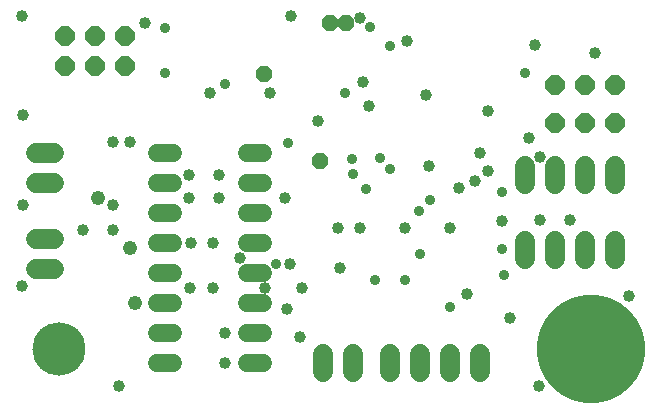
<source format=gbr>
G04 EAGLE Gerber RS-274X export*
G75*
%MOMM*%
%FSLAX34Y34*%
%LPD*%
%INSoldermask Bottom*%
%IPPOS*%
%AMOC8*
5,1,8,0,0,1.08239X$1,22.5*%
G01*
%ADD10C,1.711200*%
%ADD11C,9.203200*%
%ADD12C,4.503200*%
%ADD13P,1.759533X8X202.500000*%
%ADD14C,1.524000*%
%ADD15P,1.759533X8X112.500000*%
%ADD16P,1.429621X8X22.500000*%
%ADD17P,1.429621X8X112.500000*%
%ADD18C,1.009600*%
%ADD19C,0.909600*%
%ADD20C,1.209600*%


D10*
X520700Y140890D02*
X520700Y125810D01*
X495300Y125810D02*
X495300Y140890D01*
X469900Y140890D02*
X469900Y125810D01*
X444500Y125810D02*
X444500Y140890D01*
D11*
X500000Y50000D03*
D12*
X50000Y50000D03*
D13*
X105569Y315125D03*
X105569Y289725D03*
X80169Y315125D03*
X80169Y289725D03*
X54769Y315125D03*
X54769Y289725D03*
D10*
X45640Y190500D02*
X30560Y190500D01*
X30560Y215900D02*
X45640Y215900D01*
X45640Y117475D02*
X30560Y117475D01*
X30560Y142875D02*
X45640Y142875D01*
X406400Y45640D02*
X406400Y30560D01*
X381000Y30560D02*
X381000Y45640D01*
X355600Y45640D02*
X355600Y30560D01*
X330200Y30560D02*
X330200Y45640D01*
D14*
X146304Y215900D02*
X133096Y215900D01*
X133096Y190500D02*
X146304Y190500D01*
X146304Y63500D02*
X133096Y63500D01*
X133096Y38100D02*
X146304Y38100D01*
X146304Y165100D02*
X133096Y165100D01*
X133096Y139700D02*
X146304Y139700D01*
X146304Y88900D02*
X133096Y88900D01*
X133096Y114300D02*
X146304Y114300D01*
X209296Y38100D02*
X222504Y38100D01*
X222504Y63500D02*
X209296Y63500D01*
X209296Y88900D02*
X222504Y88900D01*
X222504Y114300D02*
X209296Y114300D01*
X209296Y139700D02*
X222504Y139700D01*
X222504Y165100D02*
X209296Y165100D01*
X209296Y190500D02*
X222504Y190500D01*
X222504Y215900D02*
X209296Y215900D01*
D10*
X298450Y45640D02*
X298450Y30560D01*
X273050Y30560D02*
X273050Y45640D01*
X520700Y189310D02*
X520700Y204390D01*
X495300Y204390D02*
X495300Y189310D01*
X469900Y189310D02*
X469900Y204390D01*
X444500Y204390D02*
X444500Y189310D01*
D15*
X469900Y241300D03*
X495300Y241300D03*
X520700Y241300D03*
X469900Y273050D03*
X495300Y273050D03*
X520700Y273050D03*
D16*
X223044Y282575D03*
X270669Y208756D03*
D17*
X279400Y325438D03*
X292894Y325438D03*
D18*
X360363Y265113D03*
X307181Y276225D03*
X269081Y242888D03*
X228600Y266700D03*
X246063Y331788D03*
X100806Y18256D03*
X18256Y103188D03*
X18256Y331788D03*
X456406Y18256D03*
X532606Y94456D03*
X342900Y152400D03*
X304800Y152400D03*
X241300Y177800D03*
X412750Y200819D03*
X453231Y307181D03*
X504031Y300038D03*
X311944Y255588D03*
X412750Y251619D03*
D19*
X309563Y184944D03*
D18*
X362744Y204788D03*
X457200Y212725D03*
X424656Y157956D03*
X457200Y158750D03*
X482600Y158750D03*
X69850Y150813D03*
X95250Y150813D03*
X95250Y171450D03*
X109538Y225425D03*
X159544Y196850D03*
X159544Y177800D03*
X184944Y196850D03*
X184944Y177800D03*
X160338Y101600D03*
X180181Y101600D03*
X190500Y38100D03*
X177800Y266700D03*
X122238Y326231D03*
X344488Y310356D03*
D19*
X444500Y283369D03*
D18*
X304800Y330200D03*
X242888Y83344D03*
X254000Y60325D03*
X245269Y121444D03*
X190500Y63500D03*
X401638Y192088D03*
X388144Y186531D03*
X395288Y96044D03*
X431800Y76200D03*
X381000Y152400D03*
X287338Y118269D03*
X285750Y152400D03*
X224631Y101600D03*
X180181Y139700D03*
X161925Y139700D03*
X19050Y247650D03*
X19050Y171450D03*
D19*
X355600Y130175D03*
X381000Y85725D03*
X243681Y224631D03*
X190500Y273844D03*
D18*
X406400Y215900D03*
X447675Y228600D03*
D19*
X426244Y112713D03*
X363538Y176213D03*
X424656Y182563D03*
X354806Y166688D03*
X424656Y134144D03*
X139700Y321475D03*
X139700Y283369D03*
X292100Y266700D03*
X321469Y211138D03*
X317500Y107950D03*
X330200Y202406D03*
X342900Y107950D03*
D18*
X95250Y225425D03*
X255588Y101600D03*
D20*
X82550Y177800D03*
X114300Y88900D03*
D19*
X298450Y197644D03*
X233363Y121444D03*
X297656Y210344D03*
D18*
X203200Y127000D03*
D20*
X110331Y135731D03*
D19*
X330200Y306388D03*
X312738Y322263D03*
M02*

</source>
